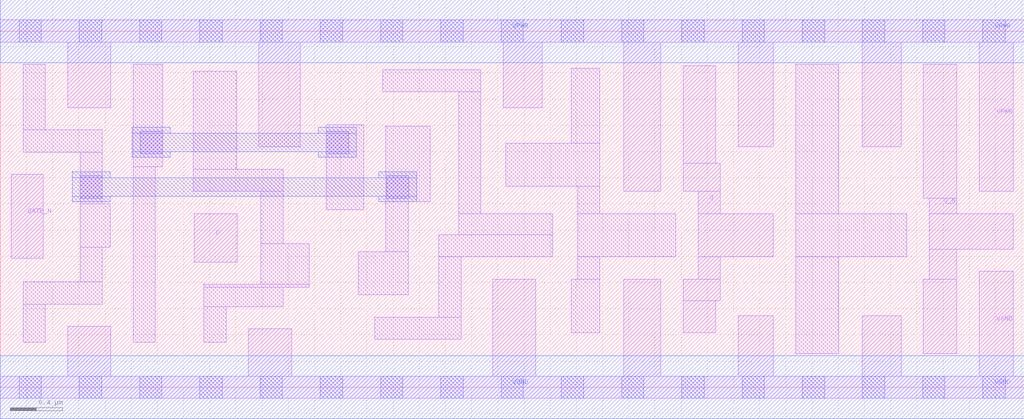
<source format=lef>
# Copyright 2020 The SkyWater PDK Authors
#
# Licensed under the Apache License, Version 2.0 (the "License");
# you may not use this file except in compliance with the License.
# You may obtain a copy of the License at
#
#     https://www.apache.org/licenses/LICENSE-2.0
#
# Unless required by applicable law or agreed to in writing, software
# distributed under the License is distributed on an "AS IS" BASIS,
# WITHOUT WARRANTIES OR CONDITIONS OF ANY KIND, either express or implied.
# See the License for the specific language governing permissions and
# limitations under the License.
#
# SPDX-License-Identifier: Apache-2.0

VERSION 5.7 ;
  NAMESCASESENSITIVE ON ;
  NOWIREEXTENSIONATPIN ON ;
  DIVIDERCHAR "/" ;
  BUSBITCHARS "[]" ;
UNITS
  DATABASE MICRONS 200 ;
END UNITS
MACRO sky130_fd_sc_hd__dlxbn_2
  CLASS CORE ;
  SOURCE USER ;
  FOREIGN sky130_fd_sc_hd__dlxbn_2 ;
  ORIGIN  0.000000  0.000000 ;
  SIZE  7.820000 BY  2.720000 ;
  SYMMETRY X Y R90 ;
  SITE unithd ;
  PIN D
    ANTENNAGATEAREA  0.159000 ;
    DIRECTION INPUT ;
    USE SIGNAL ;
    PORT
      LAYER li1 ;
        RECT 1.480000 0.955000 1.810000 1.325000 ;
    END
  END D
  PIN Q
    ANTENNADIFFAREA  0.445500 ;
    DIRECTION OUTPUT ;
    USE SIGNAL ;
    PORT
      LAYER li1 ;
        RECT 5.215000 0.415000 5.465000 0.660000 ;
        RECT 5.215000 0.660000 5.500000 0.825000 ;
        RECT 5.215000 1.495000 5.500000 1.710000 ;
        RECT 5.215000 1.710000 5.465000 2.455000 ;
        RECT 5.330000 0.825000 5.500000 0.995000 ;
        RECT 5.330000 0.995000 5.905000 1.325000 ;
        RECT 5.330000 1.325000 5.500000 1.495000 ;
    END
  END Q
  PIN Q_N
    ANTENNADIFFAREA  0.453750 ;
    DIRECTION OUTPUT ;
    USE SIGNAL ;
    PORT
      LAYER li1 ;
        RECT 7.050000 0.255000 7.305000 0.825000 ;
        RECT 7.050000 1.445000 7.305000 2.465000 ;
        RECT 7.095000 0.825000 7.305000 1.055000 ;
        RECT 7.095000 1.055000 7.735000 1.325000 ;
        RECT 7.095000 1.325000 7.305000 1.445000 ;
    END
  END Q_N
  PIN GATE_N
    ANTENNAGATEAREA  0.159000 ;
    DIRECTION INPUT ;
    USE CLOCK ;
    PORT
      LAYER li1 ;
        RECT 0.085000 0.985000 0.330000 1.625000 ;
    END
  END GATE_N
  PIN VGND
    DIRECTION INOUT ;
    SHAPE ABUTMENT ;
    USE GROUND ;
    PORT
      LAYER li1 ;
        RECT 0.000000 -0.085000 7.820000 0.085000 ;
        RECT 0.515000  0.085000 0.845000 0.465000 ;
        RECT 1.895000  0.085000 2.225000 0.445000 ;
        RECT 3.760000  0.085000 4.090000 0.825000 ;
        RECT 4.760000  0.085000 5.045000 0.825000 ;
        RECT 5.635000  0.085000 5.905000 0.545000 ;
        RECT 6.585000  0.085000 6.880000 0.545000 ;
        RECT 7.475000  0.085000 7.735000 0.885000 ;
      LAYER mcon ;
        RECT 0.145000 -0.085000 0.315000 0.085000 ;
        RECT 0.605000 -0.085000 0.775000 0.085000 ;
        RECT 1.065000 -0.085000 1.235000 0.085000 ;
        RECT 1.525000 -0.085000 1.695000 0.085000 ;
        RECT 1.985000 -0.085000 2.155000 0.085000 ;
        RECT 2.445000 -0.085000 2.615000 0.085000 ;
        RECT 2.905000 -0.085000 3.075000 0.085000 ;
        RECT 3.365000 -0.085000 3.535000 0.085000 ;
        RECT 3.825000 -0.085000 3.995000 0.085000 ;
        RECT 4.285000 -0.085000 4.455000 0.085000 ;
        RECT 4.745000 -0.085000 4.915000 0.085000 ;
        RECT 5.205000 -0.085000 5.375000 0.085000 ;
        RECT 5.665000 -0.085000 5.835000 0.085000 ;
        RECT 6.125000 -0.085000 6.295000 0.085000 ;
        RECT 6.585000 -0.085000 6.755000 0.085000 ;
        RECT 7.045000 -0.085000 7.215000 0.085000 ;
        RECT 7.505000 -0.085000 7.675000 0.085000 ;
      LAYER met1 ;
        RECT 0.000000 -0.240000 7.820000 0.240000 ;
    END
  END VGND
  PIN VPWR
    DIRECTION INOUT ;
    SHAPE ABUTMENT ;
    USE POWER ;
    PORT
      LAYER li1 ;
        RECT 0.000000 2.635000 7.820000 2.805000 ;
        RECT 0.515000 2.135000 0.845000 2.635000 ;
        RECT 1.975000 1.835000 2.290000 2.635000 ;
        RECT 3.840000 2.135000 4.140000 2.635000 ;
        RECT 4.760000 1.495000 5.045000 2.635000 ;
        RECT 5.635000 1.835000 5.905000 2.635000 ;
        RECT 6.585000 1.835000 6.880000 2.635000 ;
        RECT 7.475000 1.495000 7.735000 2.635000 ;
      LAYER mcon ;
        RECT 0.145000 2.635000 0.315000 2.805000 ;
        RECT 0.605000 2.635000 0.775000 2.805000 ;
        RECT 1.065000 2.635000 1.235000 2.805000 ;
        RECT 1.525000 2.635000 1.695000 2.805000 ;
        RECT 1.985000 2.635000 2.155000 2.805000 ;
        RECT 2.445000 2.635000 2.615000 2.805000 ;
        RECT 2.905000 2.635000 3.075000 2.805000 ;
        RECT 3.365000 2.635000 3.535000 2.805000 ;
        RECT 3.825000 2.635000 3.995000 2.805000 ;
        RECT 4.285000 2.635000 4.455000 2.805000 ;
        RECT 4.745000 2.635000 4.915000 2.805000 ;
        RECT 5.205000 2.635000 5.375000 2.805000 ;
        RECT 5.665000 2.635000 5.835000 2.805000 ;
        RECT 6.125000 2.635000 6.295000 2.805000 ;
        RECT 6.585000 2.635000 6.755000 2.805000 ;
        RECT 7.045000 2.635000 7.215000 2.805000 ;
        RECT 7.505000 2.635000 7.675000 2.805000 ;
      LAYER met1 ;
        RECT 0.000000 2.480000 7.820000 2.960000 ;
    END
  END VPWR
  OBS
    LAYER li1 ;
      RECT 0.175000 0.345000 0.345000 0.635000 ;
      RECT 0.175000 0.635000 0.780000 0.805000 ;
      RECT 0.175000 1.795000 0.780000 1.965000 ;
      RECT 0.175000 1.965000 0.345000 2.465000 ;
      RECT 0.610000 0.805000 0.780000 1.070000 ;
      RECT 0.610000 1.070000 0.840000 1.400000 ;
      RECT 0.610000 1.400000 0.780000 1.795000 ;
      RECT 1.015000 0.345000 1.185000 1.685000 ;
      RECT 1.015000 1.685000 1.240000 2.465000 ;
      RECT 1.475000 1.495000 2.160000 1.665000 ;
      RECT 1.475000 1.665000 1.805000 2.415000 ;
      RECT 1.555000 0.345000 1.725000 0.615000 ;
      RECT 1.555000 0.615000 2.160000 0.765000 ;
      RECT 1.555000 0.765000 2.360000 0.785000 ;
      RECT 1.990000 0.785000 2.360000 1.095000 ;
      RECT 1.990000 1.095000 2.160000 1.495000 ;
      RECT 2.490000 1.355000 2.775000 2.005000 ;
      RECT 2.735000 0.705000 3.115000 1.035000 ;
      RECT 2.860000 0.365000 3.520000 0.535000 ;
      RECT 2.920000 2.255000 3.670000 2.425000 ;
      RECT 2.945000 1.035000 3.115000 1.415000 ;
      RECT 2.945000 1.415000 3.285000 1.995000 ;
      RECT 3.350000 0.535000 3.520000 0.995000 ;
      RECT 3.350000 0.995000 4.220000 1.165000 ;
      RECT 3.500000 1.165000 4.220000 1.325000 ;
      RECT 3.500000 1.325000 3.670000 2.255000 ;
      RECT 3.860000 1.535000 4.580000 1.865000 ;
      RECT 4.360000 0.415000 4.580000 0.825000 ;
      RECT 4.360000 1.865000 4.580000 2.435000 ;
      RECT 4.410000 0.825000 4.580000 0.995000 ;
      RECT 4.410000 0.995000 5.160000 1.325000 ;
      RECT 4.410000 1.325000 4.580000 1.535000 ;
      RECT 6.075000 0.255000 6.405000 0.995000 ;
      RECT 6.075000 0.995000 6.925000 1.325000 ;
      RECT 6.075000 1.325000 6.405000 2.465000 ;
    LAYER mcon ;
      RECT 0.610000 1.445000 0.780000 1.615000 ;
      RECT 1.070000 1.785000 1.240000 1.955000 ;
      RECT 2.490000 1.785000 2.660000 1.955000 ;
      RECT 2.950000 1.445000 3.120000 1.615000 ;
    LAYER met1 ;
      RECT 0.550000 1.415000 0.840000 1.460000 ;
      RECT 0.550000 1.460000 3.180000 1.600000 ;
      RECT 0.550000 1.600000 0.840000 1.645000 ;
      RECT 1.010000 1.755000 1.300000 1.800000 ;
      RECT 1.010000 1.800000 2.720000 1.940000 ;
      RECT 1.010000 1.940000 1.300000 1.985000 ;
      RECT 2.430000 1.755000 2.720000 1.800000 ;
      RECT 2.430000 1.940000 2.720000 1.985000 ;
      RECT 2.890000 1.415000 3.180000 1.460000 ;
      RECT 2.890000 1.600000 3.180000 1.645000 ;
  END
END sky130_fd_sc_hd__dlxbn_2

</source>
